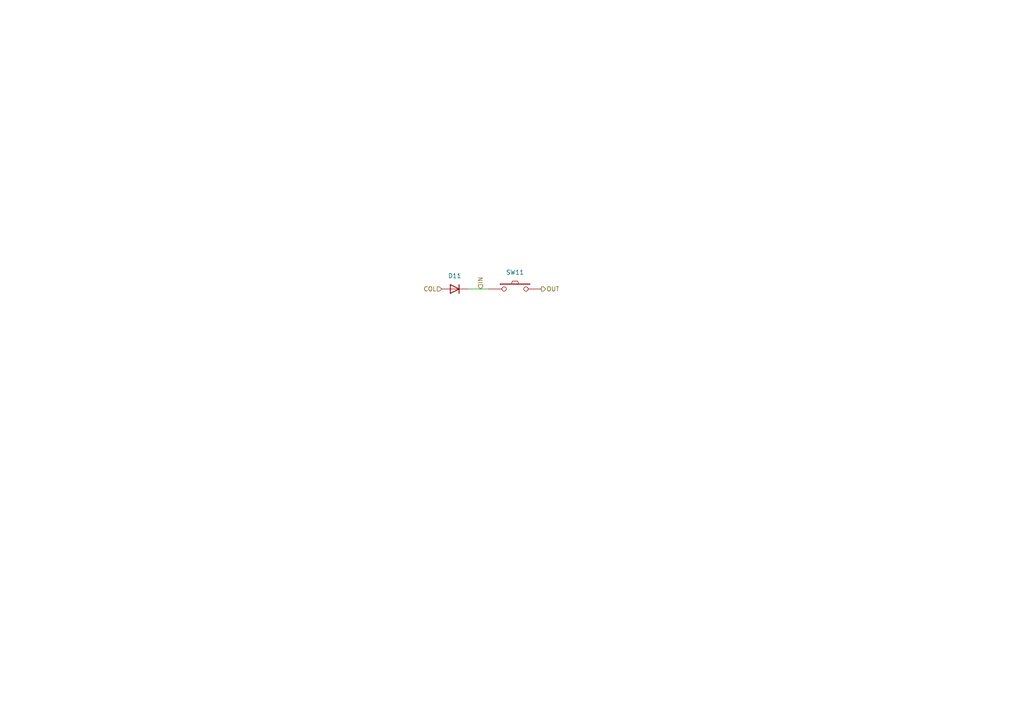
<source format=kicad_sch>
(kicad_sch (version 20211123) (generator eeschema)
  (paper "A4")
  (lib_symbols
    (symbol "Diode:1N4148W" (pin_numbers hide) (pin_names (offset 1.016) hide)
      (property "Reference" "D" (at 0 2.54 0))
      (property "Value" "1N4148W" (at 0 -2.54 0))
      (symbol "1N4148W_0_1"
        (polyline (pts (xy -1.27 1.27) (xy -1.27 -1.27)) (stroke (width 0.254)))
        (polyline (pts (xy 1.27 0) (xy -1.27 0)))
        (polyline (pts (xy 1.27 1.27) (xy 1.27 -1.27) (xy -1.27 0) (xy 1.27 1.27)) (stroke (width 0.254)))
      )
      (symbol "1N4148W_1_1"
        (pin passive line (at -3.81 0 0) (length 2.54) (name "K") (number "1"))
        (pin passive line (at 3.81 0 180) (length 2.54) (name "A") (number "2"))
      )
    )
    (symbol "kbd:SW_PUSH" (pin_numbers hide) (pin_names (offset 1.016) hide)
      (property "Reference" "SW" (at 3.81 2.794 0))
      (property "Value" "SW_PUSH" (at 0 -2.032 0))
      (symbol "SW_PUSH_0_1"
        (rectangle (start -4.318 1.27) (end 4.318 1.524))
        (polyline (pts (xy -1.016 1.524) (xy -0.762 2.286) (xy 0.762 2.286) (xy 1.016 1.524)))
        (pin passive inverted (at -7.62 0 0) (length 5.08) (name "1") (number "1"))
        (pin passive inverted (at 7.62 0 180) (length 5.08) (name "2") (number "2"))
      )
    )
  )
  (wire (pts (xy 135.69 83.82) (xy 141.76 83.82)))
  (hierarchical_label "OUT" (shape output) (at 157 83.82 0))
  (hierarchical_label "IN" (shape input) (at 139.38 83.82 90))
  (hierarchical_label "COL" (shape input) (at 128.07 83.82 180))
  (symbol (lib_id "Diode:1N4148W") (at 131.88 83.82 180) (unit 1)
    (property "Reference" "D11" (at 131.88 80.01 0))
    (property "Value" "1N4148" (effects hide))
    (property "Footprint" "kbd:D3_SMD_v2" (effects hide))
    (property "Datasheet" "https://www.vishay.com/docs/85748/1n4148w.pdf" (effects hide))
  )
  (symbol (lib_id "kbd:SW_PUSH") (at 149.38 83.82 0) (unit 1)
    (property "Reference" "SW11" (at 149.38 79 0))
    (property "Value" "SW_PUSH" (effects hide))
    (property "Footprint" "keyswitches:Kailh_socket_MX_optional_reversible" (effects hide))
  )
)
</source>
